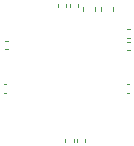
<source format=gbr>
%TF.GenerationSoftware,KiCad,Pcbnew,(6.0.6)*%
%TF.CreationDate,2022-07-04T15:46:39+03:00*%
%TF.ProjectId,gimble,67696d62-6c65-42e6-9b69-6361645f7063,0.2*%
%TF.SameCoordinates,Original*%
%TF.FileFunction,Legend,Bot*%
%TF.FilePolarity,Positive*%
%FSLAX46Y46*%
G04 Gerber Fmt 4.6, Leading zero omitted, Abs format (unit mm)*
G04 Created by KiCad (PCBNEW (6.0.6)) date 2022-07-04 15:46:39*
%MOMM*%
%LPD*%
G01*
G04 APERTURE LIST*
%ADD10C,0.120000*%
G04 APERTURE END LIST*
D10*
%TO.C,C309*%
X131840000Y-69292164D02*
X131840000Y-69507836D01*
X132560000Y-69292164D02*
X132560000Y-69507836D01*
%TO.C,C308*%
X133360000Y-58390580D02*
X133360000Y-58109420D01*
X132340000Y-58390580D02*
X132340000Y-58109420D01*
%TO.C,C304*%
X136067164Y-64640000D02*
X136282836Y-64640000D01*
X136067164Y-65360000D02*
X136282836Y-65360000D01*
%TO.C,C310*%
X130960000Y-58082836D02*
X130960000Y-57867164D01*
X130240000Y-58082836D02*
X130240000Y-57867164D01*
%TO.C,C305*%
X125882836Y-65335000D02*
X125667164Y-65335000D01*
X125882836Y-64615000D02*
X125667164Y-64615000D01*
%TO.C,C307*%
X131240000Y-58082836D02*
X131240000Y-57867164D01*
X131960000Y-58082836D02*
X131960000Y-57867164D01*
%TO.C,C306*%
X136117164Y-59965000D02*
X136332836Y-59965000D01*
X136117164Y-60685000D02*
X136332836Y-60685000D01*
%TO.C,C301*%
X136117164Y-61015000D02*
X136332836Y-61015000D01*
X136117164Y-61735000D02*
X136332836Y-61735000D01*
%TO.C,C300*%
X134885000Y-58390580D02*
X134885000Y-58109420D01*
X133865000Y-58390580D02*
X133865000Y-58109420D01*
%TO.C,C302*%
X125982836Y-60965000D02*
X125767164Y-60965000D01*
X125982836Y-61685000D02*
X125767164Y-61685000D01*
%TO.C,C303*%
X131560000Y-69292164D02*
X131560000Y-69507836D01*
X130840000Y-69292164D02*
X130840000Y-69507836D01*
%TD*%
M02*

</source>
